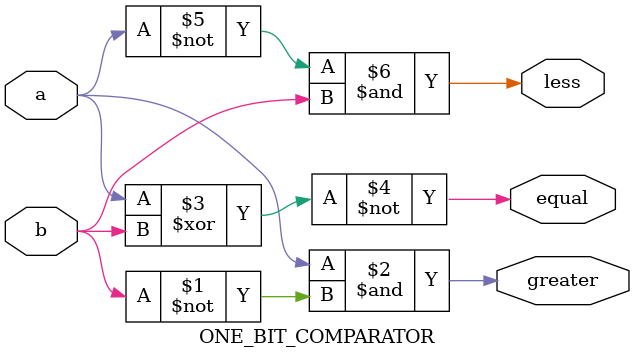
<source format=v>
module ONE_BIT_COMPARATOR(greater, equal, less, a, b);
	input a;
	input b;
	output greater, equal, less;

	assign greater = (a & ~b);
	assign equal = ~(a ^ b);
	assign less = (~a & b);
endmodule

</source>
